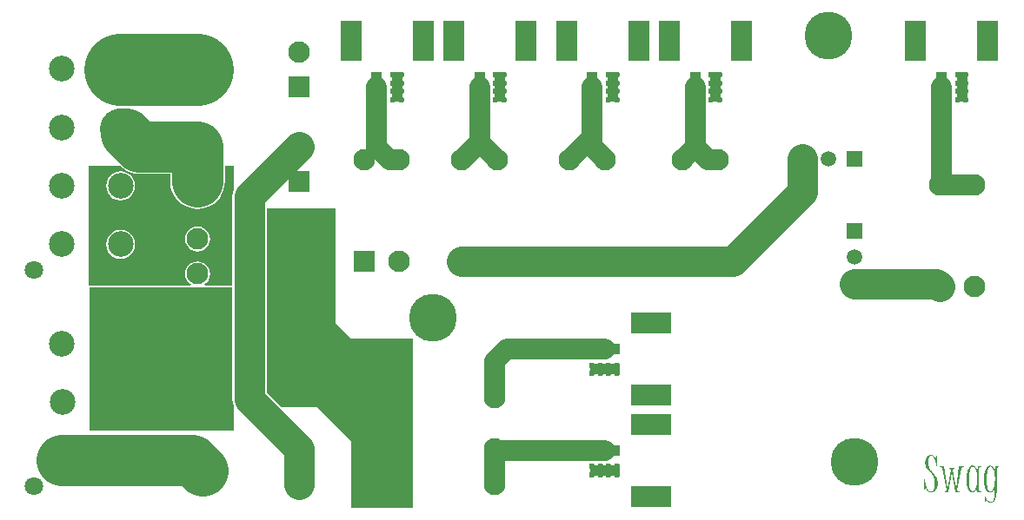
<source format=gtl>
G04*
G04 #@! TF.GenerationSoftware,Altium Limited,Altium Designer,19.0.14 (431)*
G04*
G04 Layer_Physical_Order=1*
G04 Layer_Color=255*
%FSLAX25Y25*%
%MOIN*%
G70*
G01*
G75*
%ADD30R,0.11811X0.03937*%
%ADD31R,0.15748X0.07874*%
%ADD32R,0.07874X0.15748*%
%ADD33R,0.03937X0.11811*%
%ADD34C,0.11811*%
%ADD35C,0.07874*%
%ADD36C,0.27559*%
%ADD37C,0.19685*%
%ADD38C,0.15748*%
%ADD39C,0.18307*%
%ADD40R,0.08268X0.08268*%
%ADD41C,0.08268*%
%ADD42C,0.09843*%
%ADD43R,0.08268X0.08268*%
%ADD44C,0.05937*%
%ADD45R,0.05937X0.05937*%
%ADD46R,0.05937X0.05937*%
%ADD47C,0.07087*%
%ADD48C,0.02362*%
G36*
X136221Y163579D02*
X136087Y163328D01*
X135715Y162102D01*
X135589Y160827D01*
Y126634D01*
X125018D01*
X124848Y127134D01*
X125620Y127726D01*
X126379Y128715D01*
X126856Y129867D01*
X127019Y131102D01*
X126856Y132338D01*
X126379Y133490D01*
X125620Y134479D01*
X124631Y135237D01*
X123480Y135714D01*
X122244Y135877D01*
X121008Y135714D01*
X119857Y135237D01*
X118868Y134479D01*
X118109Y133490D01*
X117632Y132338D01*
X117469Y131102D01*
X117632Y129867D01*
X118109Y128715D01*
X118868Y127726D01*
X119640Y127134D01*
X119470Y126634D01*
X80709D01*
X80512Y126765D01*
Y172441D01*
X92648D01*
X93812Y171447D01*
X95214Y170588D01*
X96732Y169959D01*
X98330Y169575D01*
X99969Y169447D01*
X111769D01*
Y166535D01*
X111898Y164897D01*
X112282Y163299D01*
X112911Y161780D01*
X113770Y160379D01*
X114837Y159129D01*
X116087Y158061D01*
X117489Y157202D01*
X119007Y156573D01*
X120606Y156190D01*
X122244Y156061D01*
X123883Y156190D01*
X125481Y156573D01*
X126999Y157202D01*
X128401Y158061D01*
X129651Y159129D01*
X130718Y160379D01*
X131577Y161780D01*
X132206Y163299D01*
X132590Y164897D01*
X132719Y166535D01*
Y172441D01*
X136221D01*
Y163579D01*
D02*
G37*
G36*
X135589Y82873D02*
X135715Y81598D01*
X136087Y80372D01*
X136221Y80121D01*
Y70866D01*
X80709D01*
Y125984D01*
X135589D01*
Y82873D01*
D02*
G37*
G36*
X175197Y112205D02*
X181102Y106299D01*
X204724D01*
X204724Y41339D01*
X181102D01*
Y66929D01*
X168110Y79921D01*
X154323D01*
X148663Y85581D01*
Y156190D01*
X175197D01*
Y112205D01*
D02*
G37*
G36*
X405759Y56967D02*
X405739Y57068D01*
X405699Y57188D01*
X405659Y57370D01*
X405598Y57571D01*
X405538Y57792D01*
X405478Y58054D01*
X405397Y58336D01*
X405236Y58899D01*
X405055Y59463D01*
X404954Y59725D01*
X404854Y59966D01*
X404773Y60188D01*
X404672Y60369D01*
Y60389D01*
X404652Y60409D01*
X404592Y60510D01*
X404491Y60651D01*
X404350Y60812D01*
X404189Y60973D01*
X403988Y61114D01*
X403767Y61214D01*
X403646Y61255D01*
X403445D01*
X403344Y61214D01*
X403223Y61174D01*
X403082Y61093D01*
X402941Y60993D01*
X402820Y60832D01*
X402700Y60631D01*
X402680Y60610D01*
X402660Y60510D01*
X402619Y60369D01*
X402579Y60168D01*
X402519Y59906D01*
X402478Y59604D01*
X402458Y59242D01*
X402438Y58819D01*
Y58799D01*
Y58758D01*
Y58698D01*
Y58618D01*
X402458Y58376D01*
X402478Y58094D01*
X402519Y57752D01*
X402559Y57410D01*
X402639Y57088D01*
X402740Y56766D01*
X402760Y56725D01*
X402800Y56625D01*
X402881Y56484D01*
X403002Y56283D01*
X403163Y56021D01*
X403384Y55739D01*
X403646Y55437D01*
X403948Y55115D01*
X403968Y55095D01*
X404008Y55054D01*
X404069Y54994D01*
X404169Y54893D01*
X404270Y54773D01*
X404391Y54652D01*
X404672Y54350D01*
X404954Y53988D01*
X405236Y53625D01*
X405498Y53243D01*
X405598Y53082D01*
X405679Y52901D01*
X405699Y52860D01*
X405739Y52740D01*
X405800Y52558D01*
X405880Y52317D01*
X405961Y52015D01*
X406021Y51673D01*
X406062Y51290D01*
X406082Y50867D01*
Y50847D01*
Y50787D01*
Y50706D01*
X406062Y50586D01*
Y50445D01*
X406041Y50284D01*
X405981Y49901D01*
X405900Y49479D01*
X405759Y49016D01*
X405578Y48573D01*
X405317Y48150D01*
Y48130D01*
X405276Y48110D01*
X405176Y47989D01*
X405015Y47828D01*
X404793Y47627D01*
X404511Y47425D01*
X404189Y47264D01*
X403807Y47143D01*
X403606Y47123D01*
X403384Y47103D01*
X403284D01*
X403163Y47123D01*
X403002Y47164D01*
X402820Y47224D01*
X402639Y47304D01*
X402438Y47425D01*
X402257Y47586D01*
X402237Y47606D01*
X402176Y47687D01*
X402096Y47788D01*
X401975Y47969D01*
X401854Y48170D01*
X401713Y48452D01*
X401573Y48774D01*
X401432Y49136D01*
X400787Y47788D01*
Y53182D01*
X400828Y53082D01*
X400868Y52901D01*
X400908Y52679D01*
X400969Y52397D01*
X401049Y52095D01*
X401130Y51753D01*
X401210Y51391D01*
X401411Y50626D01*
X401633Y49881D01*
X401733Y49519D01*
X401854Y49197D01*
X401955Y48915D01*
X402056Y48673D01*
Y48653D01*
X402076Y48633D01*
X402116Y48573D01*
X402156Y48492D01*
X402277Y48311D01*
X402418Y48110D01*
X402619Y47888D01*
X402820Y47707D01*
X402941Y47627D01*
X403082Y47566D01*
X403203Y47546D01*
X403344Y47526D01*
X403384D01*
X403465Y47546D01*
X403606Y47566D01*
X403767Y47627D01*
X403948Y47727D01*
X404149Y47848D01*
X404310Y48049D01*
X404471Y48311D01*
X404491Y48351D01*
X404532Y48472D01*
X404592Y48653D01*
X404652Y48935D01*
X404713Y49277D01*
X404753Y49479D01*
X404773Y49700D01*
X404793Y49942D01*
X404813Y50223D01*
X404834Y50505D01*
Y50807D01*
Y50827D01*
Y50888D01*
Y50968D01*
Y51089D01*
Y51230D01*
X404813Y51371D01*
X404793Y51753D01*
X404753Y52156D01*
X404713Y52558D01*
X404632Y52961D01*
X404532Y53303D01*
X404511Y53343D01*
X404471Y53444D01*
X404391Y53605D01*
X404290Y53807D01*
X404149Y54048D01*
X403948Y54310D01*
X403726Y54592D01*
X403465Y54873D01*
X403445Y54893D01*
X403384Y54954D01*
X403263Y55054D01*
X403102Y55195D01*
X403082Y55216D01*
X403062Y55236D01*
X403002Y55296D01*
X402921Y55377D01*
X402720Y55558D01*
X402478Y55799D01*
X402217Y56081D01*
X401955Y56403D01*
X401713Y56725D01*
X401532Y57047D01*
Y57068D01*
X401512Y57108D01*
X401492Y57168D01*
X401452Y57249D01*
X401411Y57349D01*
X401371Y57490D01*
X401311Y57792D01*
Y57812D01*
X401291Y57873D01*
Y57973D01*
X401270Y58094D01*
X401250Y58255D01*
Y58436D01*
X401230Y58819D01*
Y58839D01*
Y58879D01*
Y58940D01*
X401250Y59020D01*
X401270Y59242D01*
X401311Y59523D01*
X401391Y59846D01*
X401512Y60188D01*
X401653Y60530D01*
X401874Y60832D01*
X401915Y60872D01*
X401995Y60953D01*
X402136Y61093D01*
X402337Y61234D01*
X402579Y61375D01*
X402861Y61516D01*
X403183Y61597D01*
X403545Y61637D01*
X403626D01*
X403726Y61617D01*
X403847Y61597D01*
X403988Y61557D01*
X404149Y61476D01*
X404310Y61396D01*
X404451Y61275D01*
X404471Y61255D01*
X404511Y61214D01*
X404592Y61114D01*
X404693Y60993D01*
X404793Y60832D01*
X404914Y60651D01*
X405035Y60409D01*
X405156Y60147D01*
X405759Y61718D01*
Y56967D01*
D02*
G37*
G36*
X415180Y56645D02*
X413449Y47969D01*
X414697Y47244D01*
X412926D01*
X411476Y54753D01*
X410128Y47244D01*
X408316D01*
X409584Y47969D01*
X407752Y56625D01*
X406545Y57410D01*
X408638D01*
X409947Y48472D01*
X411275Y55900D01*
X410108Y56645D01*
X412886D01*
X411698Y55920D01*
X413087Y48412D01*
X414254Y57410D01*
X416509D01*
X415180Y56645D01*
D02*
G37*
G36*
X419730Y57530D02*
X419871Y57490D01*
X420032Y57410D01*
X420193Y57289D01*
X420374Y57128D01*
X420535Y56906D01*
X420555Y56866D01*
X420615Y56786D01*
X420696Y56625D01*
X420797Y56423D01*
X420917Y56162D01*
X421038Y55819D01*
X421159Y55457D01*
X421280Y55014D01*
X421461Y57410D01*
X423132D01*
X421944Y56685D01*
Y48029D01*
X423212Y47244D01*
X421119D01*
Y48975D01*
X421099Y48955D01*
X421058Y48834D01*
X420998Y48673D01*
X420897Y48472D01*
X420777Y48230D01*
X420656Y47989D01*
X420515Y47767D01*
X420354Y47566D01*
X420334Y47546D01*
X420273Y47486D01*
X420193Y47405D01*
X420072Y47325D01*
X419951Y47244D01*
X419790Y47164D01*
X419609Y47103D01*
X419428Y47083D01*
X419327D01*
X419247Y47103D01*
X419045Y47164D01*
X418784Y47264D01*
X418663Y47325D01*
X418502Y47425D01*
X418361Y47526D01*
X418220Y47667D01*
X418059Y47828D01*
X417918Y48009D01*
X417777Y48230D01*
X417656Y48472D01*
Y48492D01*
X417636Y48532D01*
X417596Y48613D01*
X417556Y48734D01*
X417515Y48875D01*
X417455Y49036D01*
X417395Y49237D01*
X417334Y49479D01*
X417274Y49740D01*
X417213Y50022D01*
X417153Y50324D01*
X417113Y50666D01*
X417073Y51029D01*
X417032Y51431D01*
X417012Y51834D01*
Y52277D01*
Y52297D01*
Y52377D01*
Y52498D01*
X417032Y52659D01*
Y52860D01*
X417052Y53102D01*
X417073Y53364D01*
X417093Y53645D01*
X417193Y54249D01*
X417314Y54893D01*
X417475Y55518D01*
X417596Y55819D01*
X417717Y56101D01*
Y56121D01*
X417757Y56162D01*
X417797Y56242D01*
X417837Y56323D01*
X417999Y56564D01*
X418200Y56846D01*
X418462Y57108D01*
X418784Y57349D01*
X418945Y57430D01*
X419126Y57510D01*
X419327Y57551D01*
X419528Y57571D01*
X419629D01*
X419730Y57530D01*
D02*
G37*
G36*
X426493D02*
X426614Y57490D01*
X426775Y57410D01*
X426956Y57289D01*
X427117Y57108D01*
X427299Y56886D01*
X427319Y56846D01*
X427379Y56766D01*
X427460Y56604D01*
X427560Y56403D01*
X427681Y56142D01*
X427802Y55819D01*
X427923Y55437D01*
X428043Y55014D01*
X428204Y57410D01*
X429895Y57410D01*
X428708Y56685D01*
Y48090D01*
Y48069D01*
Y47989D01*
Y47868D01*
Y47707D01*
X428688Y47506D01*
X428667Y47284D01*
Y47023D01*
X428627Y46761D01*
X428567Y46177D01*
X428446Y45573D01*
X428305Y45010D01*
X428204Y44748D01*
X428104Y44506D01*
Y44486D01*
X428084Y44446D01*
X428043Y44386D01*
X428003Y44325D01*
X427862Y44124D01*
X427661Y43903D01*
X427419Y43661D01*
X427138Y43480D01*
X426956Y43399D01*
X426775Y43339D01*
X426574Y43299D01*
X426373Y43279D01*
X426292D01*
X426192Y43299D01*
X426051Y43319D01*
X425910Y43339D01*
X425749Y43399D01*
X425567Y43460D01*
X425406Y43560D01*
X425386Y43580D01*
X425326Y43621D01*
X425245Y43681D01*
X425145Y43762D01*
X425024Y43882D01*
X424903Y44023D01*
X424762Y44184D01*
X424641Y44366D01*
X424098Y43258D01*
Y46620D01*
X424118Y46560D01*
X424158Y46479D01*
X424199Y46358D01*
X424239Y46218D01*
X424299Y46056D01*
X424440Y45694D01*
X424601Y45292D01*
X424762Y44909D01*
X424964Y44547D01*
X425044Y44406D01*
X425145Y44265D01*
X425165Y44245D01*
X425245Y44164D01*
X425346Y44063D01*
X425487Y43943D01*
X425668Y43822D01*
X425889Y43721D01*
X426131Y43641D01*
X426393Y43621D01*
X426433D01*
X426534Y43641D01*
X426675Y43681D01*
X426836Y43742D01*
X427037Y43862D01*
X427218Y44023D01*
X427399Y44265D01*
X427480Y44406D01*
X427540Y44567D01*
Y44587D01*
X427560Y44607D01*
X427580Y44668D01*
X427601Y44748D01*
X427621Y44849D01*
X427641Y44989D01*
X427681Y45151D01*
X427721Y45332D01*
X427741Y45553D01*
X427782Y45815D01*
X427802Y46077D01*
X427822Y46399D01*
X427842Y46741D01*
X427862Y47103D01*
X427882Y47526D01*
Y47969D01*
Y48975D01*
X427862Y48955D01*
X427822Y48834D01*
X427762Y48673D01*
X427661Y48452D01*
X427540Y48210D01*
X427419Y47969D01*
X427279Y47747D01*
X427117Y47546D01*
X427097Y47526D01*
X427037Y47466D01*
X426956Y47405D01*
X426836Y47325D01*
X426695Y47224D01*
X426534Y47164D01*
X426373Y47103D01*
X426171Y47083D01*
X426071D01*
X425990Y47103D01*
X425789Y47164D01*
X425547Y47264D01*
X425406Y47325D01*
X425266Y47425D01*
X425125Y47526D01*
X424984Y47667D01*
X424823Y47828D01*
X424682Y48009D01*
X424541Y48230D01*
X424420Y48472D01*
Y48492D01*
X424400Y48532D01*
X424360Y48613D01*
X424319Y48734D01*
X424279Y48875D01*
X424219Y49036D01*
X424158Y49237D01*
X424098Y49479D01*
X424038Y49740D01*
X423977Y50022D01*
X423917Y50324D01*
X423876Y50666D01*
X423836Y51029D01*
X423796Y51431D01*
X423776Y51834D01*
Y52277D01*
Y52297D01*
Y52377D01*
Y52498D01*
X423796Y52659D01*
Y52860D01*
X423816Y53102D01*
X423836Y53364D01*
X423856Y53645D01*
X423957Y54249D01*
X424078Y54893D01*
X424239Y55518D01*
X424360Y55819D01*
X424480Y56101D01*
Y56121D01*
X424521Y56162D01*
X424561Y56242D01*
X424601Y56323D01*
X424762Y56564D01*
X424964Y56846D01*
X425225Y57108D01*
X425547Y57349D01*
X425708Y57430D01*
X425889Y57510D01*
X426091Y57551D01*
X426292Y57571D01*
X426393D01*
X426493Y57530D01*
D02*
G37*
%LPC*%
G36*
X92716Y170466D02*
X91275Y170276D01*
X89932Y169720D01*
X88779Y168835D01*
X87894Y167681D01*
X87337Y166338D01*
X87148Y164897D01*
X87337Y163455D01*
X87894Y162112D01*
X88779Y160959D01*
X89932Y160074D01*
X91275Y159518D01*
X92716Y159328D01*
X94158Y159518D01*
X95501Y160074D01*
X96654Y160959D01*
X97539Y162112D01*
X98096Y163455D01*
X98285Y164897D01*
X98096Y166338D01*
X97539Y167681D01*
X96654Y168835D01*
X95501Y169720D01*
X94158Y170276D01*
X92716Y170466D01*
D02*
G37*
G36*
X122244Y149263D02*
X121008Y149100D01*
X119857Y148623D01*
X118868Y147864D01*
X118109Y146876D01*
X117632Y145724D01*
X117469Y144488D01*
X117632Y143252D01*
X118109Y142101D01*
X118868Y141112D01*
X119857Y140353D01*
X121008Y139876D01*
X122244Y139714D01*
X123480Y139876D01*
X124631Y140353D01*
X125620Y141112D01*
X126379Y142101D01*
X126856Y143252D01*
X127019Y144488D01*
X126856Y145724D01*
X126379Y146876D01*
X125620Y147864D01*
X124631Y148623D01*
X123480Y149100D01*
X122244Y149263D01*
D02*
G37*
G36*
X92716Y148025D02*
X91275Y147835D01*
X89932Y147279D01*
X88779Y146394D01*
X87894Y145240D01*
X87337Y143897D01*
X87148Y142456D01*
X87337Y141015D01*
X87894Y139671D01*
X88779Y138518D01*
X89932Y137633D01*
X91275Y137077D01*
X92716Y136887D01*
X94158Y137077D01*
X95501Y137633D01*
X96654Y138518D01*
X97539Y139671D01*
X98096Y141015D01*
X98285Y142456D01*
X98096Y143897D01*
X97539Y145240D01*
X96654Y146394D01*
X95501Y147279D01*
X94158Y147835D01*
X92716Y148025D01*
D02*
G37*
G36*
X419549Y57088D02*
X419508D01*
X419428Y57068D01*
X419307Y57027D01*
X419146Y56927D01*
X418965Y56786D01*
X418884Y56685D01*
X418784Y56564D01*
X418703Y56423D01*
X418623Y56262D01*
X418542Y56081D01*
X418462Y55860D01*
Y55840D01*
X418441Y55799D01*
X418421Y55739D01*
X418401Y55638D01*
X418381Y55497D01*
X418361Y55357D01*
X418321Y55155D01*
X418300Y54954D01*
X418260Y54712D01*
X418220Y54431D01*
X418200Y54128D01*
X418180Y53807D01*
X418160Y53444D01*
X418140Y53062D01*
X418119Y52639D01*
Y52196D01*
Y52176D01*
Y52075D01*
Y51955D01*
Y51773D01*
Y51572D01*
X418140Y51331D01*
Y51069D01*
X418160Y50787D01*
X418200Y50203D01*
X418240Y49599D01*
X418280Y49317D01*
X418321Y49056D01*
X418361Y48814D01*
X418421Y48613D01*
Y48593D01*
X418441Y48573D01*
X418482Y48452D01*
X418562Y48291D01*
X418683Y48110D01*
X418824Y47908D01*
X419005Y47747D01*
X419206Y47627D01*
X419347Y47606D01*
X419468Y47586D01*
X419508D01*
X419589Y47606D01*
X419730Y47667D01*
X419911Y47767D01*
X420012Y47828D01*
X420112Y47929D01*
X420213Y48049D01*
X420314Y48190D01*
X420434Y48351D01*
X420535Y48532D01*
X420636Y48754D01*
X420736Y48995D01*
Y49016D01*
X420756Y49056D01*
X420777Y49136D01*
X420817Y49257D01*
X420857Y49398D01*
X420897Y49559D01*
X420958Y49760D01*
X420998Y49982D01*
X421038Y50223D01*
X421099Y50485D01*
X421139Y50787D01*
X421179Y51109D01*
X421219Y51451D01*
X421240Y51793D01*
X421260Y52579D01*
Y52599D01*
Y52659D01*
Y52760D01*
Y52901D01*
X421240Y53062D01*
Y53243D01*
X421219Y53444D01*
X421199Y53686D01*
X421139Y54169D01*
X421038Y54712D01*
X420917Y55256D01*
X420736Y55759D01*
Y55779D01*
X420716Y55819D01*
X420676Y55880D01*
X420636Y55960D01*
X420535Y56182D01*
X420394Y56423D01*
X420213Y56665D01*
X420012Y56886D01*
X419911Y56967D01*
X419790Y57027D01*
X419669Y57068D01*
X419549Y57088D01*
D02*
G37*
G36*
X426332D02*
X426292D01*
X426212Y57068D01*
X426071Y57027D01*
X425910Y56947D01*
X425729Y56786D01*
X425648Y56705D01*
X425547Y56584D01*
X425467Y56444D01*
X425386Y56283D01*
X425306Y56101D01*
X425225Y55880D01*
Y55860D01*
X425205Y55819D01*
X425185Y55759D01*
X425165Y55658D01*
X425145Y55538D01*
X425125Y55377D01*
X425084Y55195D01*
X425064Y54974D01*
X425024Y54732D01*
X424984Y54451D01*
X424964Y54149D01*
X424943Y53827D01*
X424923Y53464D01*
X424903Y53062D01*
X424883Y52659D01*
Y52196D01*
Y52176D01*
Y52075D01*
Y51955D01*
Y51773D01*
Y51572D01*
X424903Y51331D01*
Y51069D01*
X424923Y50787D01*
X424964Y50203D01*
X425004Y49599D01*
X425044Y49317D01*
X425084Y49056D01*
X425125Y48814D01*
X425185Y48613D01*
Y48593D01*
X425205Y48573D01*
X425245Y48452D01*
X425326Y48291D01*
X425447Y48110D01*
X425588Y47908D01*
X425769Y47747D01*
X425970Y47627D01*
X426111Y47606D01*
X426232Y47586D01*
X426272D01*
X426353Y47606D01*
X426493Y47667D01*
X426654Y47767D01*
X426755Y47828D01*
X426856Y47929D01*
X426956Y48049D01*
X427057Y48190D01*
X427178Y48351D01*
X427279Y48532D01*
X427379Y48754D01*
X427480Y48995D01*
Y49016D01*
X427500Y49056D01*
X427520Y49136D01*
X427560Y49257D01*
X427601Y49398D01*
X427641Y49559D01*
X427701Y49760D01*
X427741Y49982D01*
X427782Y50223D01*
X427842Y50485D01*
X427882Y50787D01*
X427923Y51109D01*
X427963Y51451D01*
X427983Y51793D01*
X428003Y52579D01*
Y52599D01*
Y52659D01*
Y52760D01*
Y52881D01*
X427983Y53041D01*
Y53243D01*
X427963Y53444D01*
X427943Y53666D01*
X427882Y54169D01*
X427782Y54712D01*
X427661Y55236D01*
X427480Y55759D01*
Y55779D01*
X427460Y55819D01*
X427419Y55880D01*
X427379Y55960D01*
X427279Y56182D01*
X427138Y56423D01*
X426976Y56665D01*
X426775Y56886D01*
X426675Y56967D01*
X426554Y57027D01*
X426453Y57068D01*
X426332Y57088D01*
D02*
G37*
%LPD*%
D30*
X278345Y94489D02*
D03*
Y102363D02*
D03*
Y55512D02*
D03*
Y63386D02*
D03*
D31*
X296062Y112206D02*
D03*
Y84646D02*
D03*
Y73229D02*
D03*
Y45669D02*
D03*
D32*
X291339Y220472D02*
D03*
X263779D02*
D03*
X330709D02*
D03*
X303149D02*
D03*
X208662D02*
D03*
X181102D02*
D03*
X425198D02*
D03*
X397638D02*
D03*
X248032D02*
D03*
X220472D02*
D03*
D33*
X273622Y202755D02*
D03*
X281496D02*
D03*
X312992D02*
D03*
X320866D02*
D03*
X190945D02*
D03*
X198819D02*
D03*
X407481D02*
D03*
X415355D02*
D03*
X230315D02*
D03*
X238189D02*
D03*
D34*
X321654Y136024D02*
X327559D01*
X308268D02*
X321654D01*
X278346D02*
X308268D01*
X264961Y136024D02*
X278346Y136024D01*
X223622Y136024D02*
X264961D01*
X142126Y160827D02*
X161221Y179921D01*
X142126Y82873D02*
Y160827D01*
Y82873D02*
X161221Y63779D01*
Y50393D02*
Y63779D01*
X405472Y127402D02*
X406693Y126181D01*
X374213Y127402D02*
X405472D01*
X354173Y162638D02*
Y175394D01*
X327559Y136024D02*
X354173Y162638D01*
D35*
X312992Y179921D02*
X317838Y175075D01*
X308465Y175394D02*
X312992Y179921D01*
X308465Y175303D02*
Y175394D01*
X308268Y175107D02*
X308465Y175303D01*
X308268Y175000D02*
Y175107D01*
X317838Y175075D02*
X321578D01*
X321654Y175000D01*
X312992Y179921D02*
Y202755D01*
X273622Y179809D02*
Y183661D01*
Y179809D02*
X278346Y175084D01*
Y175000D02*
Y175084D01*
X273622Y183661D02*
Y202755D01*
X264961Y175000D02*
X273622Y183661D01*
X230315Y181693D02*
X237008Y175000D01*
X230315Y181693D02*
Y202755D01*
X223622Y175000D02*
X230315Y181693D01*
X190945Y179809D02*
X195679Y175075D01*
X199531D01*
X199606Y175000D01*
X190945Y179809D02*
Y202755D01*
X406693Y165157D02*
X420079D01*
X406693D02*
Y165264D01*
X407481Y166052D01*
Y202755D01*
X236024Y96850D02*
Y97441D01*
Y83465D02*
Y96850D01*
X240945Y102363D02*
X278345D01*
X236024Y97441D02*
X240945Y102363D01*
X236024Y50393D02*
Y63779D01*
X236130D01*
X236523Y63386D01*
X278345D01*
D36*
X92520Y209449D02*
X122047D01*
D37*
X99969Y179921D02*
X122244D01*
X94851Y185039D02*
X99969Y179921D01*
X122244Y166535D02*
Y179921D01*
X92716Y59449D02*
X120079D01*
X70276D02*
X92716D01*
X120079D02*
X124016Y55512D01*
D38*
X92520Y187008D02*
X94488Y185039D01*
X94851D01*
D39*
X212598Y114173D02*
D03*
X364173Y222441D02*
D03*
X374016Y59055D02*
D03*
D40*
X308268Y136024D02*
D03*
X186221D02*
D03*
X264961D02*
D03*
X223622D02*
D03*
X406693Y126181D02*
D03*
D41*
X308268Y175000D02*
D03*
X321654D02*
D03*
Y136024D02*
D03*
X186221Y175000D02*
D03*
X199606D02*
D03*
Y136024D02*
D03*
X264961Y175000D02*
D03*
X278346D02*
D03*
Y136024D02*
D03*
X223622Y175000D02*
D03*
X237008D02*
D03*
Y136024D02*
D03*
X161221Y103150D02*
D03*
X122244D02*
D03*
Y89764D02*
D03*
X161221Y63779D02*
D03*
X122244D02*
D03*
Y50393D02*
D03*
X161221Y144488D02*
D03*
X122244D02*
D03*
Y131102D02*
D03*
X161221Y179921D02*
D03*
X122244D02*
D03*
Y166535D02*
D03*
X197047Y83465D02*
D03*
X236024D02*
D03*
Y96850D02*
D03*
X197047Y50393D02*
D03*
X236024D02*
D03*
Y63779D02*
D03*
X420079Y126181D02*
D03*
Y165157D02*
D03*
X406693D02*
D03*
X161221Y216142D02*
D03*
X122244D02*
D03*
Y202756D02*
D03*
D42*
X92716Y209779D02*
D03*
Y187338D02*
D03*
Y164897D02*
D03*
Y142456D02*
D03*
X70276Y209779D02*
D03*
Y187338D02*
D03*
Y164897D02*
D03*
Y142456D02*
D03*
X92716Y104331D02*
D03*
Y81890D02*
D03*
Y59449D02*
D03*
X70276Y104331D02*
D03*
X70472Y81890D02*
D03*
X70276Y59449D02*
D03*
D43*
X161221Y89764D02*
D03*
Y50393D02*
D03*
Y131102D02*
D03*
Y166535D02*
D03*
X197047Y96850D02*
D03*
Y63779D02*
D03*
X161221Y202756D02*
D03*
D44*
X354173Y175394D02*
D03*
X364173D02*
D03*
X374173Y127638D02*
D03*
Y137638D02*
D03*
D45*
Y175394D02*
D03*
D46*
Y147638D02*
D03*
D47*
X59370Y132692D02*
D03*
Y49685D02*
D03*
D48*
X283071Y96064D02*
D03*
Y92914D02*
D03*
X273621D02*
D03*
Y96064D02*
D03*
X279921Y92915D02*
D03*
Y96064D02*
D03*
X276771D02*
D03*
Y92915D02*
D03*
X278345Y94489D02*
D03*
X281495D02*
D03*
X275196D02*
D03*
X273620Y53936D02*
D03*
Y57086D02*
D03*
X283070D02*
D03*
Y53936D02*
D03*
X276770Y57086D02*
D03*
Y53936D02*
D03*
X279920D02*
D03*
Y57086D02*
D03*
X278345Y55512D02*
D03*
X275196D02*
D03*
X281495D02*
D03*
X413779Y207481D02*
D03*
X416929D02*
D03*
Y198031D02*
D03*
X413779D02*
D03*
X416929Y204331D02*
D03*
X413779D02*
D03*
Y201181D02*
D03*
X416929D02*
D03*
X415355Y202755D02*
D03*
Y205905D02*
D03*
Y199606D02*
D03*
X319290Y207481D02*
D03*
X322440D02*
D03*
Y198031D02*
D03*
X319290D02*
D03*
X322440Y204331D02*
D03*
X319290D02*
D03*
Y201181D02*
D03*
X322440D02*
D03*
X320866Y202755D02*
D03*
Y205905D02*
D03*
Y199606D02*
D03*
X279920Y207481D02*
D03*
X283070D02*
D03*
Y198031D02*
D03*
X279920D02*
D03*
X283069Y204331D02*
D03*
X279920D02*
D03*
Y201181D02*
D03*
X283069D02*
D03*
X281496Y202755D02*
D03*
Y205905D02*
D03*
Y199606D02*
D03*
X236614Y207481D02*
D03*
X239764D02*
D03*
Y198031D02*
D03*
X236614D02*
D03*
X239763Y204331D02*
D03*
X236614D02*
D03*
Y201181D02*
D03*
X239763D02*
D03*
X238189Y202755D02*
D03*
Y205905D02*
D03*
Y199606D02*
D03*
X197244Y207481D02*
D03*
X200394D02*
D03*
Y198031D02*
D03*
X197244D02*
D03*
X200393Y204331D02*
D03*
X197244D02*
D03*
Y201181D02*
D03*
X200393D02*
D03*
X198819Y202755D02*
D03*
Y205905D02*
D03*
Y199606D02*
D03*
M02*

</source>
